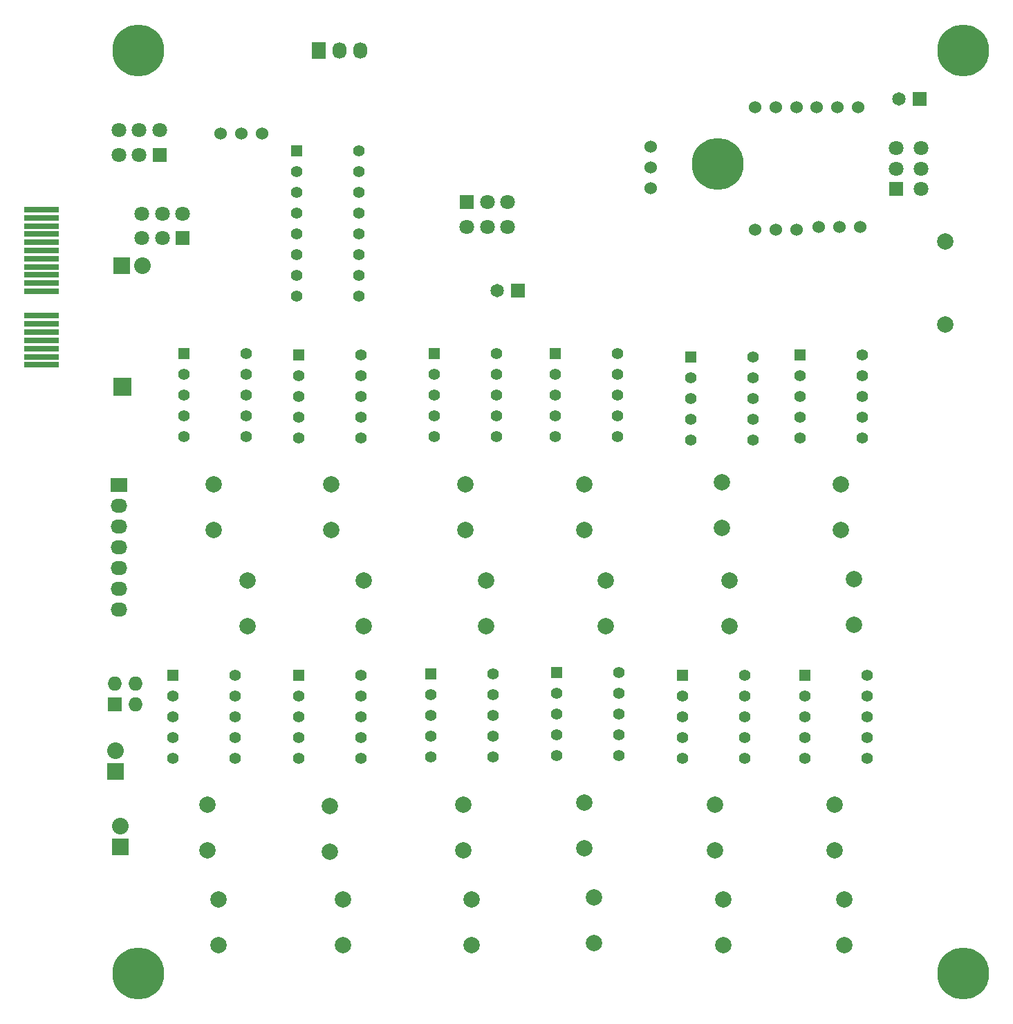
<source format=gbs>
%FSLAX46Y46*%
G04 Gerber Fmt 4.6, Leading zero omitted, Abs format (unit mm)*
G04 Created by KiCad (PCBNEW (2014-10-27 BZR 5228)-product) date 12/17/2014 3:51:32 PM*
%MOMM*%
G01*
G04 APERTURE LIST*
%ADD10C,0.100000*%
%ADD11R,4.200000X0.700000*%
%ADD12C,1.998980*%
%ADD13C,1.524000*%
%ADD14R,1.800000X1.800000*%
%ADD15C,1.800000*%
%ADD16C,6.350000*%
%ADD17R,2.032000X2.032000*%
%ADD18O,2.032000X2.032000*%
%ADD19R,1.651000X1.651000*%
%ADD20C,1.651000*%
%ADD21R,2.235200X2.235200*%
%ADD22R,1.727200X1.727200*%
%ADD23O,1.727200X1.727200*%
%ADD24R,1.397000X1.397000*%
%ADD25C,1.397000*%
%ADD26R,1.727200X2.032000*%
%ADD27O,1.727200X2.032000*%
%ADD28R,2.032000X1.727200*%
%ADD29O,2.032000X1.727200*%
G04 APERTURE END LIST*
D10*
D11*
X66700000Y-56700000D03*
X66700000Y-57700000D03*
X66700000Y-58700000D03*
X66700000Y-59700000D03*
X66700000Y-60700000D03*
X66700000Y-61700000D03*
X66700000Y-62700000D03*
X66700000Y-63700000D03*
X66700000Y-64700000D03*
X66700000Y-65700000D03*
X66700000Y-66700000D03*
X66700000Y-69700000D03*
X66700000Y-70700000D03*
X66700000Y-71700000D03*
X66700000Y-72700000D03*
X66700000Y-73700000D03*
X66700000Y-74700000D03*
X66700000Y-75700000D03*
D12*
X87804000Y-95892000D03*
X87804000Y-90304000D03*
X118604000Y-95892000D03*
X118604000Y-90304000D03*
X150004000Y-95692000D03*
X150004000Y-90104000D03*
X87004000Y-135092000D03*
X87004000Y-129504000D03*
X118404000Y-135092000D03*
X118404000Y-129504000D03*
X149204000Y-135092000D03*
X149204000Y-129504000D03*
X102196000Y-90308000D03*
X102196000Y-95896000D03*
D13*
X156600000Y-59200000D03*
X159140000Y-59200000D03*
X154060000Y-59200000D03*
X164200000Y-44200000D03*
X161660000Y-44200000D03*
X166740000Y-44200000D03*
D14*
X81200000Y-50000000D03*
D15*
X78700000Y-50000000D03*
X81200000Y-47000000D03*
X76200000Y-50000000D03*
X76200000Y-47000000D03*
X78700000Y-47000000D03*
D14*
X84000000Y-60200000D03*
D15*
X81500000Y-60200000D03*
X84000000Y-57200000D03*
X79000000Y-60200000D03*
X79000000Y-57200000D03*
X81500000Y-57200000D03*
D14*
X118800000Y-55800000D03*
D15*
X121300000Y-55800000D03*
X118800000Y-58800000D03*
X123800000Y-55800000D03*
X123800000Y-58800000D03*
X121300000Y-58800000D03*
D16*
X149500000Y-51100000D03*
D17*
X76400000Y-134670000D03*
D18*
X76400000Y-132130000D03*
D17*
X76530000Y-63600000D03*
D18*
X79070000Y-63600000D03*
D19*
X125070000Y-66600000D03*
D20*
X122530000Y-66600000D03*
D19*
X174270000Y-43200000D03*
D20*
X171730000Y-43200000D03*
D12*
X133196000Y-90308000D03*
X133196000Y-95896000D03*
X101996000Y-129708000D03*
X101996000Y-135296000D03*
X133196000Y-129308000D03*
X133196000Y-134896000D03*
X163796000Y-129508000D03*
X163796000Y-135096000D03*
X91996000Y-102108000D03*
X91996000Y-107696000D03*
X121196000Y-102108000D03*
X121196000Y-107696000D03*
X150996000Y-102108000D03*
X150996000Y-107696000D03*
X88396000Y-141108000D03*
X88396000Y-146696000D03*
X119396000Y-141108000D03*
X119396000Y-146696000D03*
X150196000Y-141108000D03*
X150196000Y-146696000D03*
X106204000Y-107692000D03*
X106204000Y-102104000D03*
X135804000Y-107692000D03*
X135804000Y-102104000D03*
X166204000Y-107492000D03*
X166204000Y-101904000D03*
X103604000Y-146692000D03*
X103604000Y-141104000D03*
X134404000Y-146492000D03*
X134404000Y-140904000D03*
X165004000Y-146692000D03*
X165004000Y-141104000D03*
D13*
X91200000Y-47400000D03*
X93740000Y-47400000D03*
X88660000Y-47400000D03*
X141300000Y-51500000D03*
X141300000Y-54040000D03*
X141300000Y-48960000D03*
X164400000Y-58800000D03*
X166940000Y-58800000D03*
X161860000Y-58800000D03*
X156600000Y-44200000D03*
X154060000Y-44200000D03*
X159140000Y-44200000D03*
D12*
X177400000Y-60598740D03*
X177400000Y-70758740D03*
X164596000Y-90308000D03*
X164596000Y-95896000D03*
D21*
X76600000Y-78400000D03*
D22*
X75730000Y-117270000D03*
D23*
X78270000Y-117270000D03*
X75730000Y-114730000D03*
X78270000Y-114730000D03*
D14*
X171400000Y-54200000D03*
D15*
X171400000Y-51700000D03*
X174400000Y-54200000D03*
X171400000Y-49200000D03*
X174400000Y-49200000D03*
X174400000Y-51700000D03*
D24*
X84190000Y-74320000D03*
D25*
X84190000Y-76860000D03*
X84190000Y-79400000D03*
X84190000Y-81940000D03*
X84190000Y-84480000D03*
X91810000Y-84480000D03*
X91810000Y-81940000D03*
X91810000Y-79400000D03*
X91810000Y-76860000D03*
X91810000Y-74320000D03*
D24*
X114790000Y-74320000D03*
D25*
X114790000Y-76860000D03*
X114790000Y-79400000D03*
X114790000Y-81940000D03*
X114790000Y-84480000D03*
X122410000Y-84480000D03*
X122410000Y-81940000D03*
X122410000Y-79400000D03*
X122410000Y-76860000D03*
X122410000Y-74320000D03*
D24*
X146190000Y-74720000D03*
D25*
X146190000Y-77260000D03*
X146190000Y-79800000D03*
X146190000Y-82340000D03*
X146190000Y-84880000D03*
X153810000Y-84880000D03*
X153810000Y-82340000D03*
X153810000Y-79800000D03*
X153810000Y-77260000D03*
X153810000Y-74720000D03*
D24*
X82790000Y-113720000D03*
D25*
X82790000Y-116260000D03*
X82790000Y-118800000D03*
X82790000Y-121340000D03*
X82790000Y-123880000D03*
X90410000Y-123880000D03*
X90410000Y-121340000D03*
X90410000Y-118800000D03*
X90410000Y-116260000D03*
X90410000Y-113720000D03*
D24*
X114390000Y-113520000D03*
D25*
X114390000Y-116060000D03*
X114390000Y-118600000D03*
X114390000Y-121140000D03*
X114390000Y-123680000D03*
X122010000Y-123680000D03*
X122010000Y-121140000D03*
X122010000Y-118600000D03*
X122010000Y-116060000D03*
X122010000Y-113520000D03*
D24*
X145190000Y-113720000D03*
D25*
X145190000Y-116260000D03*
X145190000Y-118800000D03*
X145190000Y-121340000D03*
X145190000Y-123880000D03*
X152810000Y-123880000D03*
X152810000Y-121340000D03*
X152810000Y-118800000D03*
X152810000Y-116260000D03*
X152810000Y-113720000D03*
D24*
X98190000Y-74520000D03*
D25*
X98190000Y-77060000D03*
X98190000Y-79600000D03*
X98190000Y-82140000D03*
X98190000Y-84680000D03*
X105810000Y-84680000D03*
X105810000Y-82140000D03*
X105810000Y-79600000D03*
X105810000Y-77060000D03*
X105810000Y-74520000D03*
D24*
X129590000Y-74320000D03*
D25*
X129590000Y-76860000D03*
X129590000Y-79400000D03*
X129590000Y-81940000D03*
X129590000Y-84480000D03*
X137210000Y-84480000D03*
X137210000Y-81940000D03*
X137210000Y-79400000D03*
X137210000Y-76860000D03*
X137210000Y-74320000D03*
D24*
X159590000Y-74520000D03*
D25*
X159590000Y-77060000D03*
X159590000Y-79600000D03*
X159590000Y-82140000D03*
X159590000Y-84680000D03*
X167210000Y-84680000D03*
X167210000Y-82140000D03*
X167210000Y-79600000D03*
X167210000Y-77060000D03*
X167210000Y-74520000D03*
D24*
X98190000Y-113720000D03*
D25*
X98190000Y-116260000D03*
X98190000Y-118800000D03*
X98190000Y-121340000D03*
X98190000Y-123880000D03*
X105810000Y-123880000D03*
X105810000Y-121340000D03*
X105810000Y-118800000D03*
X105810000Y-116260000D03*
X105810000Y-113720000D03*
D24*
X129790000Y-113320000D03*
D25*
X129790000Y-115860000D03*
X129790000Y-118400000D03*
X129790000Y-120940000D03*
X129790000Y-123480000D03*
X137410000Y-123480000D03*
X137410000Y-120940000D03*
X137410000Y-118400000D03*
X137410000Y-115860000D03*
X137410000Y-113320000D03*
D24*
X160190000Y-113720000D03*
D25*
X160190000Y-116260000D03*
X160190000Y-118800000D03*
X160190000Y-121340000D03*
X160190000Y-123880000D03*
X167810000Y-123880000D03*
X167810000Y-121340000D03*
X167810000Y-118800000D03*
X167810000Y-116260000D03*
X167810000Y-113720000D03*
D24*
X97990000Y-49510000D03*
D25*
X97990000Y-52050000D03*
X97990000Y-54590000D03*
X97990000Y-57130000D03*
X97990000Y-59670000D03*
X97990000Y-62210000D03*
X97990000Y-64750000D03*
X97990000Y-67290000D03*
X105610000Y-67290000D03*
X105610000Y-64750000D03*
X105610000Y-62210000D03*
X105610000Y-59670000D03*
X105610000Y-57130000D03*
X105610000Y-54590000D03*
X105610000Y-52050000D03*
X105610000Y-49510000D03*
D16*
X179600000Y-37200000D03*
X78600000Y-37200000D03*
X78600000Y-150200000D03*
X179600000Y-150200000D03*
D17*
X75800000Y-125470000D03*
D18*
X75800000Y-122930000D03*
D26*
X100660000Y-37200000D03*
D27*
X103200000Y-37200000D03*
X105740000Y-37200000D03*
D28*
X76200000Y-90380000D03*
D29*
X76200000Y-92920000D03*
X76200000Y-95460000D03*
X76200000Y-98000000D03*
X76200000Y-100540000D03*
X76200000Y-103080000D03*
X76200000Y-105620000D03*
M02*

</source>
